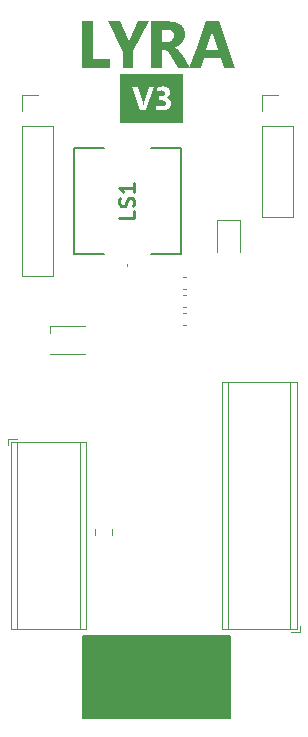
<source format=gbr>
%TF.GenerationSoftware,KiCad,Pcbnew,7.0.5*%
%TF.CreationDate,2023-12-10T00:27:40-08:00*%
%TF.ProjectId,Lyrav3,4c797261-7633-42e6-9b69-6361645f7063,rev?*%
%TF.SameCoordinates,Original*%
%TF.FileFunction,Legend,Top*%
%TF.FilePolarity,Positive*%
%FSLAX46Y46*%
G04 Gerber Fmt 4.6, Leading zero omitted, Abs format (unit mm)*
G04 Created by KiCad (PCBNEW 7.0.5) date 2023-12-10 00:27:40*
%MOMM*%
%LPD*%
G01*
G04 APERTURE LIST*
%ADD10C,0.500000*%
%ADD11C,0.200000*%
%ADD12C,0.700000*%
%ADD13C,0.254000*%
%ADD14C,0.120000*%
%ADD15C,0.100000*%
G04 APERTURE END LIST*
D10*
G36*
X198374337Y-68317977D02*
G01*
X193033963Y-68317977D01*
X193033963Y-65281425D01*
X194069677Y-65281425D01*
X194739879Y-67251000D01*
X195243020Y-67251000D01*
X195265738Y-67185054D01*
X196082727Y-67185054D01*
X196107046Y-67196825D01*
X196132255Y-67207837D01*
X196158352Y-67218090D01*
X196185339Y-67227583D01*
X196213215Y-67236316D01*
X196241981Y-67244290D01*
X196271635Y-67251505D01*
X196302179Y-67257960D01*
X196333612Y-67263656D01*
X196365934Y-67268593D01*
X196399145Y-67272770D01*
X196433246Y-67276187D01*
X196468235Y-67278845D01*
X196504114Y-67280744D01*
X196540882Y-67281883D01*
X196578540Y-67282263D01*
X196600646Y-67282105D01*
X196622450Y-67281633D01*
X196643953Y-67280846D01*
X196665154Y-67279744D01*
X196686054Y-67278327D01*
X196706653Y-67276595D01*
X196726950Y-67274549D01*
X196746945Y-67272188D01*
X196766639Y-67269511D01*
X196786032Y-67266520D01*
X196823912Y-67259594D01*
X196860587Y-67251408D01*
X196896055Y-67241963D01*
X196930318Y-67231258D01*
X196963375Y-67219294D01*
X196995226Y-67206070D01*
X197025870Y-67191587D01*
X197055309Y-67175845D01*
X197083542Y-67158844D01*
X197110569Y-67140583D01*
X197136390Y-67121062D01*
X197160879Y-67100401D01*
X197183789Y-67078839D01*
X197205118Y-67056376D01*
X197224867Y-67033013D01*
X197243037Y-67008749D01*
X197259626Y-66983584D01*
X197274636Y-66957519D01*
X197288065Y-66930553D01*
X197299915Y-66902686D01*
X197310184Y-66873919D01*
X197318874Y-66844251D01*
X197325984Y-66813683D01*
X197331514Y-66782214D01*
X197335463Y-66749844D01*
X197337833Y-66716573D01*
X197338623Y-66682402D01*
X197338150Y-66659668D01*
X197336730Y-66637385D01*
X197334364Y-66615552D01*
X197331052Y-66594169D01*
X197326793Y-66573237D01*
X197321587Y-66552755D01*
X197315436Y-66532723D01*
X197308337Y-66513142D01*
X197300293Y-66494011D01*
X197291301Y-66475330D01*
X197281364Y-66457100D01*
X197270480Y-66439319D01*
X197258649Y-66421990D01*
X197245872Y-66405110D01*
X197232149Y-66388681D01*
X197217479Y-66372702D01*
X197202052Y-66357338D01*
X197185933Y-66342752D01*
X197169125Y-66328945D01*
X197151625Y-66315916D01*
X197133435Y-66303665D01*
X197114553Y-66292194D01*
X197094982Y-66281500D01*
X197074719Y-66271586D01*
X197053766Y-66262449D01*
X197032121Y-66254092D01*
X197009787Y-66246513D01*
X196986761Y-66239712D01*
X196963045Y-66233690D01*
X196938638Y-66228446D01*
X196913540Y-66223981D01*
X196887751Y-66220295D01*
X196887751Y-66213456D01*
X196911854Y-66207132D01*
X196935191Y-66200252D01*
X196957764Y-66192814D01*
X196979571Y-66184818D01*
X197000613Y-66176266D01*
X197020890Y-66167157D01*
X197040402Y-66157490D01*
X197059148Y-66147266D01*
X197077130Y-66136485D01*
X197094346Y-66125147D01*
X197110797Y-66113251D01*
X197126483Y-66100799D01*
X197141404Y-66087789D01*
X197155560Y-66074222D01*
X197181575Y-66045417D01*
X197204530Y-66014383D01*
X197224425Y-65981120D01*
X197233224Y-65963653D01*
X197241258Y-65945628D01*
X197248527Y-65927047D01*
X197255031Y-65907908D01*
X197260770Y-65888212D01*
X197265744Y-65867959D01*
X197269952Y-65847149D01*
X197273395Y-65825781D01*
X197276073Y-65803857D01*
X197277986Y-65781375D01*
X197279134Y-65758336D01*
X197279517Y-65734740D01*
X197278858Y-65708129D01*
X197276883Y-65682151D01*
X197273592Y-65656807D01*
X197268984Y-65632097D01*
X197263059Y-65608020D01*
X197255817Y-65584576D01*
X197247259Y-65561766D01*
X197237385Y-65539590D01*
X197226193Y-65518047D01*
X197213686Y-65497137D01*
X197199861Y-65476861D01*
X197184720Y-65457219D01*
X197168262Y-65438210D01*
X197150488Y-65419835D01*
X197131397Y-65402093D01*
X197110989Y-65384984D01*
X197089459Y-65368658D01*
X197066880Y-65353385D01*
X197043252Y-65339166D01*
X197018574Y-65326000D01*
X196992846Y-65313887D01*
X196966069Y-65302827D01*
X196938243Y-65292821D01*
X196909367Y-65283868D01*
X196879441Y-65275968D01*
X196848466Y-65269121D01*
X196816442Y-65263328D01*
X196783368Y-65258588D01*
X196749244Y-65254902D01*
X196714072Y-65252269D01*
X196677849Y-65250689D01*
X196640577Y-65250162D01*
X196606345Y-65250578D01*
X196572647Y-65251826D01*
X196539484Y-65253906D01*
X196506854Y-65256818D01*
X196474759Y-65260561D01*
X196443199Y-65265137D01*
X196412172Y-65270545D01*
X196381680Y-65276785D01*
X196351722Y-65283856D01*
X196322298Y-65291760D01*
X196293409Y-65300495D01*
X196265054Y-65310063D01*
X196237233Y-65320462D01*
X196209947Y-65331693D01*
X196183194Y-65343757D01*
X196156976Y-65356652D01*
X196156976Y-65719108D01*
X196180346Y-65703965D01*
X196203802Y-65689799D01*
X196227347Y-65676610D01*
X196250979Y-65664398D01*
X196274700Y-65653163D01*
X196298508Y-65642905D01*
X196322403Y-65633623D01*
X196346387Y-65625319D01*
X196370458Y-65617992D01*
X196394617Y-65611642D01*
X196418864Y-65606268D01*
X196443199Y-65601872D01*
X196467621Y-65598452D01*
X196492131Y-65596010D01*
X196516729Y-65594545D01*
X196541415Y-65594056D01*
X196577202Y-65594943D01*
X196610680Y-65597605D01*
X196641850Y-65602042D01*
X196670711Y-65608253D01*
X196697263Y-65616238D01*
X196721506Y-65625998D01*
X196743440Y-65637533D01*
X196763065Y-65650842D01*
X196780382Y-65665926D01*
X196795389Y-65682785D01*
X196808088Y-65701418D01*
X196818478Y-65721826D01*
X196826559Y-65744008D01*
X196832331Y-65767965D01*
X196835794Y-65793696D01*
X196836949Y-65821202D01*
X196835447Y-65850482D01*
X196830942Y-65877874D01*
X196823433Y-65903376D01*
X196812921Y-65926990D01*
X196799406Y-65948714D01*
X196782887Y-65968549D01*
X196763365Y-65986495D01*
X196740839Y-66002552D01*
X196715310Y-66016720D01*
X196686777Y-66028999D01*
X196655241Y-66039389D01*
X196620702Y-66047890D01*
X196583159Y-66054501D01*
X196563262Y-66057099D01*
X196542613Y-66059224D01*
X196521214Y-66060877D01*
X196499063Y-66062058D01*
X196476162Y-66062766D01*
X196452510Y-66063002D01*
X196283494Y-66063002D01*
X196283494Y-66406896D01*
X196466188Y-66406896D01*
X196478622Y-66406964D01*
X196502989Y-66407510D01*
X196526688Y-66408602D01*
X196549719Y-66410239D01*
X196572083Y-66412422D01*
X196593779Y-66415150D01*
X196614806Y-66418425D01*
X196635166Y-66422245D01*
X196654858Y-66426611D01*
X196683144Y-66434183D01*
X196709927Y-66442983D01*
X196735208Y-66453010D01*
X196758986Y-66464266D01*
X196781261Y-66476750D01*
X196795162Y-66485651D01*
X196814332Y-66499869D01*
X196831484Y-66515126D01*
X196846618Y-66531422D01*
X196859734Y-66548757D01*
X196870832Y-66567131D01*
X196879912Y-66586544D01*
X196886975Y-66606996D01*
X196892020Y-66628487D01*
X196895046Y-66651017D01*
X196896055Y-66674586D01*
X196895693Y-66689943D01*
X196893789Y-66712177D01*
X196890255Y-66733449D01*
X196885088Y-66753759D01*
X196878290Y-66773108D01*
X196869861Y-66791495D01*
X196859801Y-66808920D01*
X196848108Y-66825383D01*
X196834785Y-66840885D01*
X196819830Y-66855425D01*
X196803243Y-66869004D01*
X196797371Y-66873271D01*
X196778895Y-66885261D01*
X196759131Y-66896032D01*
X196738080Y-66905583D01*
X196715740Y-66913915D01*
X196692113Y-66921027D01*
X196667197Y-66926921D01*
X196640993Y-66931595D01*
X196613502Y-66935049D01*
X196584722Y-66937285D01*
X196564820Y-66938098D01*
X196544346Y-66938369D01*
X196511630Y-66937880D01*
X196479430Y-66936415D01*
X196447746Y-66933972D01*
X196416576Y-66930553D01*
X196385922Y-66926157D01*
X196355783Y-66920783D01*
X196326159Y-66914433D01*
X196297050Y-66907106D01*
X196268456Y-66898801D01*
X196240378Y-66889520D01*
X196212815Y-66879262D01*
X196185767Y-66868027D01*
X196159234Y-66855815D01*
X196133216Y-66842625D01*
X196107714Y-66828459D01*
X196082727Y-66813316D01*
X196082727Y-67185054D01*
X195265738Y-67185054D01*
X195921526Y-65281425D01*
X195456976Y-65281425D01*
X195049091Y-66646743D01*
X195043156Y-66667192D01*
X195037625Y-66687323D01*
X195032497Y-66707137D01*
X195027773Y-66726633D01*
X195022102Y-66752133D01*
X195017149Y-66777069D01*
X195012912Y-66801440D01*
X195009394Y-66825246D01*
X195006593Y-66848487D01*
X194998288Y-66848487D01*
X194996174Y-66826826D01*
X194993251Y-66804340D01*
X194989519Y-66781030D01*
X194984977Y-66756896D01*
X194979627Y-66731938D01*
X194975083Y-66712678D01*
X194970084Y-66692954D01*
X194964630Y-66672767D01*
X194958721Y-66652116D01*
X194547905Y-65281425D01*
X194069677Y-65281425D01*
X193033963Y-65281425D01*
X193033963Y-64214448D01*
X198374337Y-64214448D01*
X198374337Y-68317977D01*
G37*
D11*
X189865000Y-111760000D02*
X202311000Y-111760000D01*
X202311000Y-118745000D01*
X189865000Y-118745000D01*
X189865000Y-111760000D01*
G36*
X189865000Y-111760000D02*
G01*
X202311000Y-111760000D01*
X202311000Y-118745000D01*
X189865000Y-118745000D01*
X189865000Y-111760000D01*
G37*
D12*
G36*
X192159598Y-63686800D02*
G01*
X189812912Y-63686800D01*
X189812912Y-59747651D01*
X190700979Y-59747651D01*
X190700979Y-62936485D01*
X192159598Y-62936485D01*
X192159598Y-63686800D01*
G37*
G36*
X195445152Y-59747651D02*
G01*
X194161412Y-62285823D01*
X194161412Y-63686800D01*
X193274322Y-63686800D01*
X193274322Y-62302431D01*
X192023799Y-59747651D01*
X193037895Y-59747651D01*
X193671949Y-61217016D01*
X193685851Y-61259030D01*
X193697515Y-61298734D01*
X193708872Y-61338912D01*
X193722031Y-61386570D01*
X193733082Y-61427222D01*
X193745146Y-61472082D01*
X193758223Y-61521149D01*
X193762808Y-61538439D01*
X193773554Y-61538439D01*
X193782805Y-61490430D01*
X193792483Y-61445078D01*
X193802589Y-61402381D01*
X193813122Y-61362340D01*
X193826889Y-61316025D01*
X193841324Y-61273860D01*
X193856427Y-61235844D01*
X193859528Y-61228739D01*
X194505306Y-59747651D01*
X195445152Y-59747651D01*
G37*
G36*
X197169816Y-59748700D02*
G01*
X197255251Y-59751849D01*
X197337886Y-59757096D01*
X197417719Y-59764443D01*
X197494751Y-59773888D01*
X197568981Y-59785432D01*
X197640411Y-59799075D01*
X197709039Y-59814818D01*
X197774867Y-59832659D01*
X197837893Y-59852599D01*
X197898118Y-59874638D01*
X197955541Y-59898776D01*
X198010164Y-59925013D01*
X198061985Y-59953349D01*
X198111006Y-59983784D01*
X198157225Y-60016318D01*
X198200643Y-60050951D01*
X198241260Y-60087683D01*
X198279075Y-60126513D01*
X198314090Y-60167443D01*
X198346303Y-60210472D01*
X198375715Y-60255600D01*
X198402326Y-60302826D01*
X198426136Y-60352152D01*
X198447145Y-60403576D01*
X198465353Y-60457100D01*
X198480759Y-60512722D01*
X198493364Y-60570444D01*
X198503168Y-60630264D01*
X198510171Y-60692184D01*
X198514373Y-60756202D01*
X198515773Y-60822319D01*
X198514781Y-60873366D01*
X198511804Y-60923436D01*
X198506843Y-60972529D01*
X198499898Y-61020645D01*
X198490968Y-61067783D01*
X198480053Y-61113945D01*
X198467154Y-61159130D01*
X198452270Y-61203338D01*
X198435814Y-61246523D01*
X198417710Y-61288640D01*
X198397957Y-61329688D01*
X198376555Y-61369668D01*
X198353505Y-61408579D01*
X198328806Y-61446421D01*
X198302458Y-61483195D01*
X198274462Y-61518900D01*
X198244878Y-61553476D01*
X198213767Y-61586861D01*
X198181130Y-61619055D01*
X198146967Y-61650058D01*
X198111277Y-61679871D01*
X198074060Y-61708493D01*
X198035317Y-61735925D01*
X197995048Y-61762166D01*
X197953679Y-61786880D01*
X197911150Y-61810221D01*
X197867461Y-61832187D01*
X197822612Y-61852780D01*
X197776603Y-61871999D01*
X197729434Y-61889844D01*
X197681104Y-61906315D01*
X197631614Y-61921412D01*
X197631614Y-61932159D01*
X197669802Y-61945763D01*
X197707429Y-61962640D01*
X197744495Y-61982789D01*
X197780999Y-62006210D01*
X197801607Y-62021063D01*
X197837611Y-62048973D01*
X197867951Y-62074458D01*
X197897809Y-62101386D01*
X197927187Y-62129756D01*
X197956084Y-62159569D01*
X197960854Y-62164678D01*
X197989556Y-62195899D01*
X198017778Y-62228013D01*
X198045518Y-62261020D01*
X198072778Y-62294921D01*
X198099557Y-62329714D01*
X198108376Y-62341510D01*
X198134308Y-62376875D01*
X198159347Y-62411898D01*
X198183492Y-62446576D01*
X198206745Y-62480912D01*
X198229105Y-62514903D01*
X198236360Y-62526157D01*
X198980812Y-63686800D01*
X197960854Y-63686800D01*
X197348293Y-62678565D01*
X197327041Y-62643159D01*
X197306027Y-62608994D01*
X197281126Y-62569633D01*
X197256568Y-62532057D01*
X197232354Y-62496268D01*
X197216401Y-62473401D01*
X197192553Y-62440291D01*
X197168637Y-62409104D01*
X197140647Y-62375151D01*
X197112564Y-62343815D01*
X197088418Y-62319040D01*
X197059928Y-62292279D01*
X197026680Y-62265244D01*
X196992700Y-62241995D01*
X196957987Y-62222532D01*
X196953596Y-62220365D01*
X196913574Y-62203836D01*
X196871542Y-62192716D01*
X196832494Y-62187374D01*
X196802166Y-62186171D01*
X196562808Y-62186171D01*
X196562808Y-63686800D01*
X195674741Y-63686800D01*
X195674741Y-60435439D01*
X196562808Y-60435439D01*
X196562808Y-61498384D01*
X196947734Y-61498384D01*
X197000236Y-61496975D01*
X197050763Y-61492751D01*
X197099315Y-61485710D01*
X197145892Y-61475852D01*
X197190494Y-61463178D01*
X197233121Y-61447688D01*
X197273773Y-61429381D01*
X197312450Y-61408258D01*
X197349152Y-61384318D01*
X197383880Y-61357562D01*
X197405934Y-61338160D01*
X197437361Y-61307074D01*
X197465697Y-61274630D01*
X197490942Y-61240830D01*
X197513095Y-61205674D01*
X197532158Y-61169160D01*
X197548129Y-61131290D01*
X197561009Y-61092064D01*
X197570798Y-61051480D01*
X197577495Y-61009540D01*
X197581102Y-60966243D01*
X197581789Y-60936625D01*
X197579373Y-60875935D01*
X197572126Y-60819159D01*
X197560047Y-60766300D01*
X197543137Y-60717356D01*
X197521396Y-60672328D01*
X197494823Y-60631215D01*
X197463419Y-60594017D01*
X197427183Y-60560735D01*
X197386116Y-60531369D01*
X197340217Y-60505918D01*
X197289487Y-60484383D01*
X197233926Y-60466763D01*
X197173533Y-60453059D01*
X197108309Y-60443270D01*
X197038253Y-60437396D01*
X196963366Y-60435439D01*
X196562808Y-60435439D01*
X195674741Y-60435439D01*
X195674741Y-59747651D01*
X197081579Y-59747651D01*
X197169816Y-59748700D01*
G37*
G36*
X202793931Y-63686800D02*
G01*
X201826729Y-63686800D01*
X201546339Y-62873959D01*
X200145362Y-62873959D01*
X199867902Y-63686800D01*
X198905585Y-63686800D01*
X199474710Y-62123645D01*
X200334894Y-62123645D01*
X201343129Y-62123645D01*
X200920100Y-60805711D01*
X200908804Y-60767685D01*
X200898362Y-60727858D01*
X200888776Y-60686230D01*
X200880044Y-60642801D01*
X200872167Y-60597570D01*
X200865145Y-60550538D01*
X200858978Y-60501705D01*
X200853666Y-60451070D01*
X200832173Y-60451070D01*
X200828097Y-60494255D01*
X200822708Y-60537349D01*
X200816007Y-60580351D01*
X200807993Y-60623261D01*
X200798666Y-60666080D01*
X200788026Y-60708808D01*
X200776073Y-60751443D01*
X200762808Y-60793987D01*
X200334894Y-62123645D01*
X199474710Y-62123645D01*
X200339779Y-59747651D01*
X201391977Y-59747651D01*
X202793931Y-63686800D01*
G37*
D13*
%TO.C,LS1*%
X194223918Y-75765229D02*
X194223918Y-76369991D01*
X194223918Y-76369991D02*
X192953918Y-76369991D01*
X194163442Y-75402372D02*
X194223918Y-75220943D01*
X194223918Y-75220943D02*
X194223918Y-74918562D01*
X194223918Y-74918562D02*
X194163442Y-74797610D01*
X194163442Y-74797610D02*
X194102965Y-74737134D01*
X194102965Y-74737134D02*
X193982013Y-74676657D01*
X193982013Y-74676657D02*
X193861061Y-74676657D01*
X193861061Y-74676657D02*
X193740108Y-74737134D01*
X193740108Y-74737134D02*
X193679632Y-74797610D01*
X193679632Y-74797610D02*
X193619156Y-74918562D01*
X193619156Y-74918562D02*
X193558680Y-75160467D01*
X193558680Y-75160467D02*
X193498203Y-75281419D01*
X193498203Y-75281419D02*
X193437727Y-75341896D01*
X193437727Y-75341896D02*
X193316775Y-75402372D01*
X193316775Y-75402372D02*
X193195822Y-75402372D01*
X193195822Y-75402372D02*
X193074870Y-75341896D01*
X193074870Y-75341896D02*
X193014394Y-75281419D01*
X193014394Y-75281419D02*
X192953918Y-75160467D01*
X192953918Y-75160467D02*
X192953918Y-74858086D01*
X192953918Y-74858086D02*
X193014394Y-74676657D01*
X194223918Y-73467133D02*
X194223918Y-74192848D01*
X194223918Y-73829991D02*
X192953918Y-73829991D01*
X192953918Y-73829991D02*
X193135346Y-73950943D01*
X193135346Y-73950943D02*
X193256299Y-74071895D01*
X193256299Y-74071895D02*
X193316775Y-74192848D01*
D14*
%TO.C,D4*%
X187119600Y-85565600D02*
X190019600Y-85565600D01*
X187119600Y-86165600D02*
X187119600Y-85565600D01*
X187119600Y-87865600D02*
X190019600Y-87865600D01*
D11*
%TO.C,LS1*%
X191649600Y-79448801D02*
X189149600Y-79448801D01*
X189149600Y-79448801D02*
X189149600Y-70448801D01*
X189149600Y-70448801D02*
X191649600Y-70448801D01*
X195649600Y-70448801D02*
X198149600Y-70448801D01*
X198149600Y-70448801D02*
X198149600Y-79448801D01*
X198149600Y-79448801D02*
X195649600Y-79448801D01*
D15*
X193649600Y-80348801D02*
X193649600Y-80348801D01*
X193649600Y-80448801D02*
X193649600Y-80448801D01*
X193649600Y-80348801D02*
G75*
G03*
X193649600Y-80448801I0J-50000D01*
G01*
X193649600Y-80448801D02*
G75*
G03*
X193649600Y-80348801I0J50000D01*
G01*
D14*
%TO.C,C20*%
X198347420Y-84402200D02*
X198628580Y-84402200D01*
X198347420Y-85422200D02*
X198628580Y-85422200D01*
%TO.C,C19*%
X198335020Y-81405000D02*
X198616180Y-81405000D01*
X198335020Y-82425000D02*
X198616180Y-82425000D01*
%TO.C,C18*%
X198335020Y-83949000D02*
X198616180Y-83949000D01*
X198335020Y-82929000D02*
X198616180Y-82929000D01*
%TO.C,D2*%
X203144000Y-76547000D02*
X201224000Y-76547000D01*
X201224000Y-76547000D02*
X201224000Y-79232000D01*
X203144000Y-79232000D02*
X203144000Y-76547000D01*
%TO.C,J8*%
X205045000Y-65990000D02*
X206375000Y-65990000D01*
X205045000Y-67320000D02*
X205045000Y-65990000D01*
X205045000Y-68590000D02*
X205045000Y-76270000D01*
X205045000Y-68590000D02*
X207705000Y-68590000D01*
X205045000Y-76270000D02*
X207705000Y-76270000D01*
X207705000Y-68590000D02*
X207705000Y-76270000D01*
%TO.C,J1*%
X207511000Y-111401000D02*
X208251000Y-111401000D01*
X208251000Y-111401000D02*
X208251000Y-110901000D01*
X201691000Y-111161000D02*
X208011000Y-111161000D01*
X201691000Y-111161000D02*
X201691000Y-90260000D01*
X202151000Y-111161000D02*
X202151000Y-90260000D01*
X207451000Y-111161000D02*
X207451000Y-90260000D01*
X208011000Y-111161000D02*
X208011000Y-90260000D01*
X201691000Y-90260000D02*
X208011000Y-90260000D01*
%TO.C,F1*%
X190933000Y-102738422D02*
X190933000Y-103255578D01*
X192353000Y-102738422D02*
X192353000Y-103255578D01*
%TO.C,J2*%
X184284000Y-95101000D02*
X183544000Y-95101000D01*
X183544000Y-95101000D02*
X183544000Y-95601000D01*
X190104000Y-95341000D02*
X183784000Y-95341000D01*
X190104000Y-95341000D02*
X190104000Y-111161000D01*
X189644000Y-95341000D02*
X189644000Y-111161000D01*
X184344000Y-95341000D02*
X184344000Y-111161000D01*
X183784000Y-95341000D02*
X183784000Y-111161000D01*
X190104000Y-111161000D02*
X183784000Y-111161000D01*
%TO.C,J6*%
X184725000Y-65980000D02*
X186055000Y-65980000D01*
X184725000Y-67310000D02*
X184725000Y-65980000D01*
X184725000Y-68580000D02*
X184725000Y-81340000D01*
X184725000Y-68580000D02*
X187385000Y-68580000D01*
X184725000Y-81340000D02*
X187385000Y-81340000D01*
X187385000Y-68580000D02*
X187385000Y-81340000D01*
%TD*%
M02*

</source>
